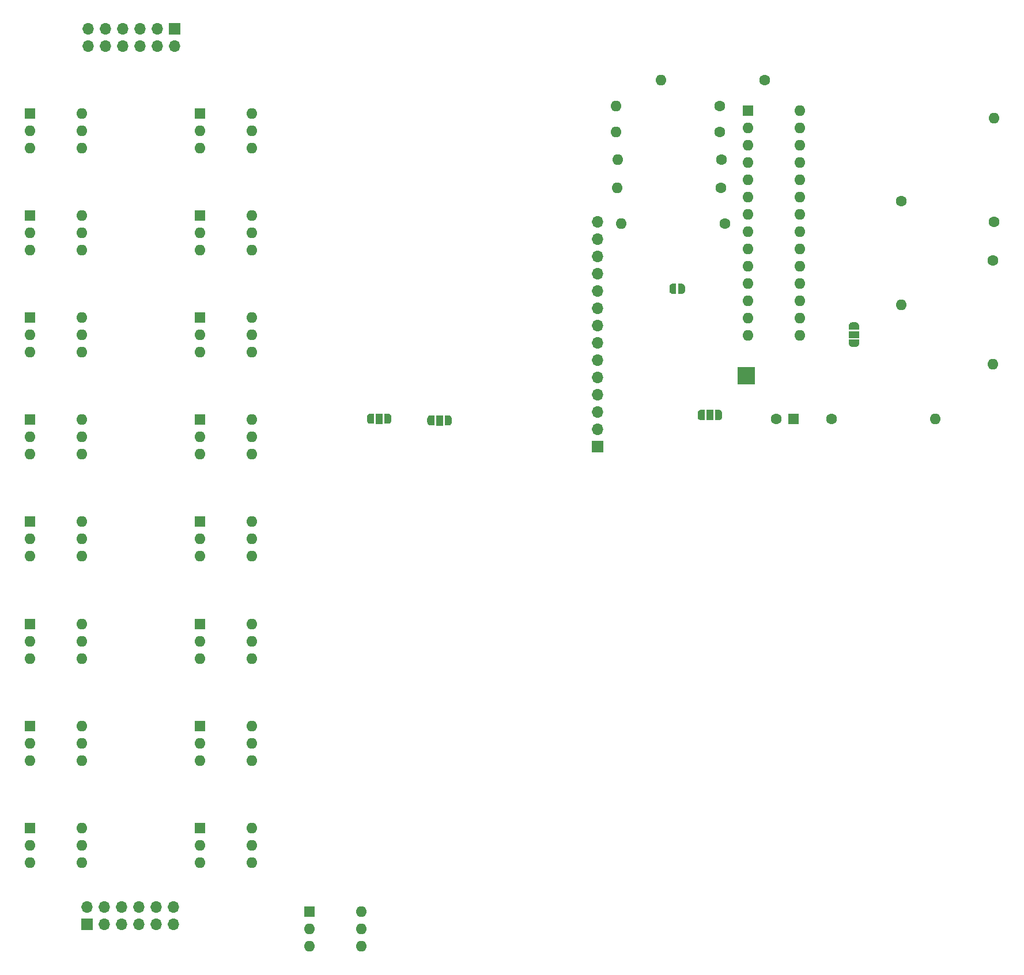
<source format=gbr>
%TF.GenerationSoftware,KiCad,Pcbnew,(5.1.9-0-10_14)*%
%TF.CreationDate,2021-03-09T15:00:21+00:00*%
%TF.ProjectId,Solar_Multiplexer,536f6c61-725f-44d7-956c-7469706c6578,rev?*%
%TF.SameCoordinates,Original*%
%TF.FileFunction,Soldermask,Top*%
%TF.FilePolarity,Negative*%
%FSLAX46Y46*%
G04 Gerber Fmt 4.6, Leading zero omitted, Abs format (unit mm)*
G04 Created by KiCad (PCBNEW (5.1.9-0-10_14)) date 2021-03-09 15:00:21*
%MOMM*%
%LPD*%
G01*
G04 APERTURE LIST*
%ADD10O,1.600000X1.600000*%
%ADD11C,1.600000*%
%ADD12R,1.600000X1.600000*%
%ADD13R,2.500000X2.500000*%
%ADD14R,1.000000X1.500000*%
%ADD15C,0.200000*%
%ADD16R,1.500000X1.000000*%
%ADD17O,1.700000X1.700000*%
%ADD18R,1.700000X1.700000*%
G04 APERTURE END LIST*
D10*
%TO.C,R10*%
X-213070000Y-136210000D03*
D11*
X-197830000Y-136210000D03*
%TD*%
D10*
%TO.C,R9*%
X-213730000Y-130970000D03*
D11*
X-198490000Y-130970000D03*
%TD*%
D10*
%TO.C,R8*%
X-213590000Y-126820000D03*
D11*
X-198350000Y-126820000D03*
%TD*%
D10*
%TO.C,R7*%
X-213868000Y-122682000D03*
D11*
X-198628000Y-122682000D03*
%TD*%
D10*
%TO.C,R6*%
X-213868000Y-118872000D03*
D11*
X-198628000Y-118872000D03*
%TD*%
D10*
%TO.C,R5*%
X-207264000Y-115062000D03*
D11*
X-192024000Y-115062000D03*
%TD*%
D10*
%TO.C,U10*%
X-292380000Y-225000000D03*
X-300000000Y-230080000D03*
X-292380000Y-227540000D03*
X-300000000Y-227540000D03*
X-292380000Y-230080000D03*
D12*
X-300000000Y-225000000D03*
%TD*%
D10*
%TO.C,U22*%
X-186870000Y-119550000D03*
X-194490000Y-152570000D03*
X-186870000Y-122090000D03*
X-194490000Y-150030000D03*
X-186870000Y-124630000D03*
X-194490000Y-147490000D03*
X-186870000Y-127170000D03*
X-194490000Y-144950000D03*
X-186870000Y-129710000D03*
X-194490000Y-142410000D03*
X-186870000Y-132250000D03*
X-194490000Y-139870000D03*
X-186870000Y-134790000D03*
X-194490000Y-137330000D03*
X-186870000Y-137330000D03*
X-194490000Y-134790000D03*
X-186870000Y-139870000D03*
X-194490000Y-132250000D03*
X-186870000Y-142410000D03*
X-194490000Y-129710000D03*
X-186870000Y-144950000D03*
X-194490000Y-127170000D03*
X-186870000Y-147490000D03*
X-194490000Y-124630000D03*
X-186870000Y-150030000D03*
X-194490000Y-122090000D03*
X-186870000Y-152570000D03*
D12*
X-194490000Y-119550000D03*
%TD*%
D10*
%TO.C,U21*%
X-251290000Y-237300000D03*
X-258910000Y-242380000D03*
X-251290000Y-239840000D03*
X-258910000Y-239840000D03*
X-251290000Y-242380000D03*
D12*
X-258910000Y-237300000D03*
%TD*%
D10*
%TO.C,U20*%
X-267380000Y-225000000D03*
X-275000000Y-230080000D03*
X-267380000Y-227540000D03*
X-275000000Y-227540000D03*
X-267380000Y-230080000D03*
D12*
X-275000000Y-225000000D03*
%TD*%
D10*
%TO.C,U17*%
X-267380000Y-210000000D03*
X-275000000Y-215080000D03*
X-267380000Y-212540000D03*
X-275000000Y-212540000D03*
X-267380000Y-215080000D03*
D12*
X-275000000Y-210000000D03*
%TD*%
D10*
%TO.C,U16*%
X-267380000Y-195000000D03*
X-275000000Y-200080000D03*
X-267380000Y-197540000D03*
X-275000000Y-197540000D03*
X-267380000Y-200080000D03*
D12*
X-275000000Y-195000000D03*
%TD*%
D10*
%TO.C,U15*%
X-267380000Y-180000000D03*
X-275000000Y-185080000D03*
X-267380000Y-182540000D03*
X-275000000Y-182540000D03*
X-267380000Y-185080000D03*
D12*
X-275000000Y-180000000D03*
%TD*%
D10*
%TO.C,U14*%
X-267380000Y-165000000D03*
X-275000000Y-170080000D03*
X-267380000Y-167540000D03*
X-275000000Y-167540000D03*
X-267380000Y-170080000D03*
D12*
X-275000000Y-165000000D03*
%TD*%
D10*
%TO.C,U13*%
X-267380000Y-150000000D03*
X-275000000Y-155080000D03*
X-267380000Y-152540000D03*
X-275000000Y-152540000D03*
X-267380000Y-155080000D03*
D12*
X-275000000Y-150000000D03*
%TD*%
D10*
%TO.C,U12*%
X-267380000Y-135000000D03*
X-275000000Y-140080000D03*
X-267380000Y-137540000D03*
X-275000000Y-137540000D03*
X-267380000Y-140080000D03*
D12*
X-275000000Y-135000000D03*
%TD*%
D10*
%TO.C,U11*%
X-267380000Y-120000000D03*
X-275000000Y-125080000D03*
X-267380000Y-122540000D03*
X-275000000Y-122540000D03*
X-267380000Y-125080000D03*
D12*
X-275000000Y-120000000D03*
%TD*%
D10*
%TO.C,U7*%
X-292380000Y-210000000D03*
X-300000000Y-215080000D03*
X-292380000Y-212540000D03*
X-300000000Y-212540000D03*
X-292380000Y-215080000D03*
D12*
X-300000000Y-210000000D03*
%TD*%
D10*
%TO.C,U6*%
X-292380000Y-195000000D03*
X-300000000Y-200080000D03*
X-292380000Y-197540000D03*
X-300000000Y-197540000D03*
X-292380000Y-200080000D03*
D12*
X-300000000Y-195000000D03*
%TD*%
D10*
%TO.C,U5*%
X-292380000Y-180000000D03*
X-300000000Y-185080000D03*
X-292380000Y-182540000D03*
X-300000000Y-182540000D03*
X-292380000Y-185080000D03*
D12*
X-300000000Y-180000000D03*
%TD*%
D10*
%TO.C,U4*%
X-292380000Y-165000000D03*
X-300000000Y-170080000D03*
X-292380000Y-167540000D03*
X-300000000Y-167540000D03*
X-292380000Y-170080000D03*
D12*
X-300000000Y-165000000D03*
%TD*%
D10*
%TO.C,U3*%
X-292380000Y-150000000D03*
X-300000000Y-155080000D03*
X-292380000Y-152540000D03*
X-300000000Y-152540000D03*
X-292380000Y-155080000D03*
D12*
X-300000000Y-150000000D03*
%TD*%
D10*
%TO.C,U2*%
X-292380000Y-135000000D03*
X-300000000Y-140080000D03*
X-292380000Y-137540000D03*
X-300000000Y-137540000D03*
X-292380000Y-140080000D03*
D12*
X-300000000Y-135000000D03*
%TD*%
D10*
%TO.C,U1*%
X-292380000Y-120000000D03*
X-300000000Y-125080000D03*
X-292380000Y-122540000D03*
X-300000000Y-122540000D03*
X-292380000Y-125080000D03*
D12*
X-300000000Y-120000000D03*
%TD*%
D13*
%TO.C,TP1*%
X-194740000Y-158580000D03*
%TD*%
D10*
%TO.C,R4*%
X-171958000Y-148082000D03*
D11*
X-171958000Y-132842000D03*
%TD*%
D10*
%TO.C,R3*%
X-166980000Y-164890000D03*
D11*
X-182220000Y-164890000D03*
%TD*%
D10*
%TO.C,R2*%
X-158460000Y-156870000D03*
D11*
X-158460000Y-141630000D03*
%TD*%
D10*
%TO.C,R1*%
X-158320000Y-120730000D03*
D11*
X-158320000Y-135970000D03*
%TD*%
D14*
%TO.C,JP5*%
X-200090000Y-164310000D03*
D15*
G36*
X-198790000Y-163560602D02*
G01*
X-198765466Y-163560602D01*
X-198716635Y-163565412D01*
X-198668510Y-163574984D01*
X-198621555Y-163589228D01*
X-198576222Y-163608005D01*
X-198532949Y-163631136D01*
X-198492150Y-163658396D01*
X-198454221Y-163689524D01*
X-198419524Y-163724221D01*
X-198388396Y-163762150D01*
X-198361136Y-163802949D01*
X-198338005Y-163846222D01*
X-198319228Y-163891555D01*
X-198304984Y-163938510D01*
X-198295412Y-163986635D01*
X-198290602Y-164035466D01*
X-198290602Y-164060000D01*
X-198290000Y-164060000D01*
X-198290000Y-164560000D01*
X-198290602Y-164560000D01*
X-198290602Y-164584534D01*
X-198295412Y-164633365D01*
X-198304984Y-164681490D01*
X-198319228Y-164728445D01*
X-198338005Y-164773778D01*
X-198361136Y-164817051D01*
X-198388396Y-164857850D01*
X-198419524Y-164895779D01*
X-198454221Y-164930476D01*
X-198492150Y-164961604D01*
X-198532949Y-164988864D01*
X-198576222Y-165011995D01*
X-198621555Y-165030772D01*
X-198668510Y-165045016D01*
X-198716635Y-165054588D01*
X-198765466Y-165059398D01*
X-198790000Y-165059398D01*
X-198790000Y-165060000D01*
X-199340000Y-165060000D01*
X-199340000Y-163560000D01*
X-198790000Y-163560000D01*
X-198790000Y-163560602D01*
G37*
G36*
X-200840000Y-165060000D02*
G01*
X-201390000Y-165060000D01*
X-201390000Y-165059398D01*
X-201414534Y-165059398D01*
X-201463365Y-165054588D01*
X-201511490Y-165045016D01*
X-201558445Y-165030772D01*
X-201603778Y-165011995D01*
X-201647051Y-164988864D01*
X-201687850Y-164961604D01*
X-201725779Y-164930476D01*
X-201760476Y-164895779D01*
X-201791604Y-164857850D01*
X-201818864Y-164817051D01*
X-201841995Y-164773778D01*
X-201860772Y-164728445D01*
X-201875016Y-164681490D01*
X-201884588Y-164633365D01*
X-201889398Y-164584534D01*
X-201889398Y-164560000D01*
X-201890000Y-164560000D01*
X-201890000Y-164060000D01*
X-201889398Y-164060000D01*
X-201889398Y-164035466D01*
X-201884588Y-163986635D01*
X-201875016Y-163938510D01*
X-201860772Y-163891555D01*
X-201841995Y-163846222D01*
X-201818864Y-163802949D01*
X-201791604Y-163762150D01*
X-201760476Y-163724221D01*
X-201725779Y-163689524D01*
X-201687850Y-163658396D01*
X-201647051Y-163631136D01*
X-201603778Y-163608005D01*
X-201558445Y-163589228D01*
X-201511490Y-163574984D01*
X-201463365Y-163565412D01*
X-201414534Y-163560602D01*
X-201390000Y-163560602D01*
X-201390000Y-163560000D01*
X-200840000Y-163560000D01*
X-200840000Y-165060000D01*
G37*
%TD*%
D14*
%TO.C,JP4*%
X-248666000Y-164846000D03*
D15*
G36*
X-249966000Y-165595398D02*
G01*
X-249990534Y-165595398D01*
X-250039365Y-165590588D01*
X-250087490Y-165581016D01*
X-250134445Y-165566772D01*
X-250179778Y-165547995D01*
X-250223051Y-165524864D01*
X-250263850Y-165497604D01*
X-250301779Y-165466476D01*
X-250336476Y-165431779D01*
X-250367604Y-165393850D01*
X-250394864Y-165353051D01*
X-250417995Y-165309778D01*
X-250436772Y-165264445D01*
X-250451016Y-165217490D01*
X-250460588Y-165169365D01*
X-250465398Y-165120534D01*
X-250465398Y-165096000D01*
X-250466000Y-165096000D01*
X-250466000Y-164596000D01*
X-250465398Y-164596000D01*
X-250465398Y-164571466D01*
X-250460588Y-164522635D01*
X-250451016Y-164474510D01*
X-250436772Y-164427555D01*
X-250417995Y-164382222D01*
X-250394864Y-164338949D01*
X-250367604Y-164298150D01*
X-250336476Y-164260221D01*
X-250301779Y-164225524D01*
X-250263850Y-164194396D01*
X-250223051Y-164167136D01*
X-250179778Y-164144005D01*
X-250134445Y-164125228D01*
X-250087490Y-164110984D01*
X-250039365Y-164101412D01*
X-249990534Y-164096602D01*
X-249966000Y-164096602D01*
X-249966000Y-164096000D01*
X-249416000Y-164096000D01*
X-249416000Y-165596000D01*
X-249966000Y-165596000D01*
X-249966000Y-165595398D01*
G37*
G36*
X-247916000Y-164096000D02*
G01*
X-247366000Y-164096000D01*
X-247366000Y-164096602D01*
X-247341466Y-164096602D01*
X-247292635Y-164101412D01*
X-247244510Y-164110984D01*
X-247197555Y-164125228D01*
X-247152222Y-164144005D01*
X-247108949Y-164167136D01*
X-247068150Y-164194396D01*
X-247030221Y-164225524D01*
X-246995524Y-164260221D01*
X-246964396Y-164298150D01*
X-246937136Y-164338949D01*
X-246914005Y-164382222D01*
X-246895228Y-164427555D01*
X-246880984Y-164474510D01*
X-246871412Y-164522635D01*
X-246866602Y-164571466D01*
X-246866602Y-164596000D01*
X-246866000Y-164596000D01*
X-246866000Y-165096000D01*
X-246866602Y-165096000D01*
X-246866602Y-165120534D01*
X-246871412Y-165169365D01*
X-246880984Y-165217490D01*
X-246895228Y-165264445D01*
X-246914005Y-165309778D01*
X-246937136Y-165353051D01*
X-246964396Y-165393850D01*
X-246995524Y-165431779D01*
X-247030221Y-165466476D01*
X-247068150Y-165497604D01*
X-247108949Y-165524864D01*
X-247152222Y-165547995D01*
X-247197555Y-165566772D01*
X-247244510Y-165581016D01*
X-247292635Y-165590588D01*
X-247341466Y-165595398D01*
X-247366000Y-165595398D01*
X-247366000Y-165596000D01*
X-247916000Y-165596000D01*
X-247916000Y-164096000D01*
G37*
%TD*%
D14*
%TO.C,JP3*%
X-239806000Y-165100000D03*
D15*
G36*
X-238506000Y-164350602D02*
G01*
X-238481466Y-164350602D01*
X-238432635Y-164355412D01*
X-238384510Y-164364984D01*
X-238337555Y-164379228D01*
X-238292222Y-164398005D01*
X-238248949Y-164421136D01*
X-238208150Y-164448396D01*
X-238170221Y-164479524D01*
X-238135524Y-164514221D01*
X-238104396Y-164552150D01*
X-238077136Y-164592949D01*
X-238054005Y-164636222D01*
X-238035228Y-164681555D01*
X-238020984Y-164728510D01*
X-238011412Y-164776635D01*
X-238006602Y-164825466D01*
X-238006602Y-164850000D01*
X-238006000Y-164850000D01*
X-238006000Y-165350000D01*
X-238006602Y-165350000D01*
X-238006602Y-165374534D01*
X-238011412Y-165423365D01*
X-238020984Y-165471490D01*
X-238035228Y-165518445D01*
X-238054005Y-165563778D01*
X-238077136Y-165607051D01*
X-238104396Y-165647850D01*
X-238135524Y-165685779D01*
X-238170221Y-165720476D01*
X-238208150Y-165751604D01*
X-238248949Y-165778864D01*
X-238292222Y-165801995D01*
X-238337555Y-165820772D01*
X-238384510Y-165835016D01*
X-238432635Y-165844588D01*
X-238481466Y-165849398D01*
X-238506000Y-165849398D01*
X-238506000Y-165850000D01*
X-239056000Y-165850000D01*
X-239056000Y-164350000D01*
X-238506000Y-164350000D01*
X-238506000Y-164350602D01*
G37*
G36*
X-240556000Y-165850000D02*
G01*
X-241106000Y-165850000D01*
X-241106000Y-165849398D01*
X-241130534Y-165849398D01*
X-241179365Y-165844588D01*
X-241227490Y-165835016D01*
X-241274445Y-165820772D01*
X-241319778Y-165801995D01*
X-241363051Y-165778864D01*
X-241403850Y-165751604D01*
X-241441779Y-165720476D01*
X-241476476Y-165685779D01*
X-241507604Y-165647850D01*
X-241534864Y-165607051D01*
X-241557995Y-165563778D01*
X-241576772Y-165518445D01*
X-241591016Y-165471490D01*
X-241600588Y-165423365D01*
X-241605398Y-165374534D01*
X-241605398Y-165350000D01*
X-241606000Y-165350000D01*
X-241606000Y-164850000D01*
X-241605398Y-164850000D01*
X-241605398Y-164825466D01*
X-241600588Y-164776635D01*
X-241591016Y-164728510D01*
X-241576772Y-164681555D01*
X-241557995Y-164636222D01*
X-241534864Y-164592949D01*
X-241507604Y-164552150D01*
X-241476476Y-164514221D01*
X-241441779Y-164479524D01*
X-241403850Y-164448396D01*
X-241363051Y-164421136D01*
X-241319778Y-164398005D01*
X-241274445Y-164379228D01*
X-241227490Y-164364984D01*
X-241179365Y-164355412D01*
X-241130534Y-164350602D01*
X-241106000Y-164350602D01*
X-241106000Y-164350000D01*
X-240556000Y-164350000D01*
X-240556000Y-165850000D01*
G37*
%TD*%
D16*
%TO.C,JP2*%
X-178910000Y-152490000D03*
D15*
G36*
X-178160602Y-153790000D02*
G01*
X-178160602Y-153814534D01*
X-178165412Y-153863365D01*
X-178174984Y-153911490D01*
X-178189228Y-153958445D01*
X-178208005Y-154003778D01*
X-178231136Y-154047051D01*
X-178258396Y-154087850D01*
X-178289524Y-154125779D01*
X-178324221Y-154160476D01*
X-178362150Y-154191604D01*
X-178402949Y-154218864D01*
X-178446222Y-154241995D01*
X-178491555Y-154260772D01*
X-178538510Y-154275016D01*
X-178586635Y-154284588D01*
X-178635466Y-154289398D01*
X-178660000Y-154289398D01*
X-178660000Y-154290000D01*
X-179160000Y-154290000D01*
X-179160000Y-154289398D01*
X-179184534Y-154289398D01*
X-179233365Y-154284588D01*
X-179281490Y-154275016D01*
X-179328445Y-154260772D01*
X-179373778Y-154241995D01*
X-179417051Y-154218864D01*
X-179457850Y-154191604D01*
X-179495779Y-154160476D01*
X-179530476Y-154125779D01*
X-179561604Y-154087850D01*
X-179588864Y-154047051D01*
X-179611995Y-154003778D01*
X-179630772Y-153958445D01*
X-179645016Y-153911490D01*
X-179654588Y-153863365D01*
X-179659398Y-153814534D01*
X-179659398Y-153790000D01*
X-179660000Y-153790000D01*
X-179660000Y-153240000D01*
X-178160000Y-153240000D01*
X-178160000Y-153790000D01*
X-178160602Y-153790000D01*
G37*
G36*
X-179660000Y-151740000D02*
G01*
X-179660000Y-151190000D01*
X-179659398Y-151190000D01*
X-179659398Y-151165466D01*
X-179654588Y-151116635D01*
X-179645016Y-151068510D01*
X-179630772Y-151021555D01*
X-179611995Y-150976222D01*
X-179588864Y-150932949D01*
X-179561604Y-150892150D01*
X-179530476Y-150854221D01*
X-179495779Y-150819524D01*
X-179457850Y-150788396D01*
X-179417051Y-150761136D01*
X-179373778Y-150738005D01*
X-179328445Y-150719228D01*
X-179281490Y-150704984D01*
X-179233365Y-150695412D01*
X-179184534Y-150690602D01*
X-179160000Y-150690602D01*
X-179160000Y-150690000D01*
X-178660000Y-150690000D01*
X-178660000Y-150690602D01*
X-178635466Y-150690602D01*
X-178586635Y-150695412D01*
X-178538510Y-150704984D01*
X-178491555Y-150719228D01*
X-178446222Y-150738005D01*
X-178402949Y-150761136D01*
X-178362150Y-150788396D01*
X-178324221Y-150819524D01*
X-178289524Y-150854221D01*
X-178258396Y-150892150D01*
X-178231136Y-150932949D01*
X-178208005Y-150976222D01*
X-178189228Y-151021555D01*
X-178174984Y-151068510D01*
X-178165412Y-151116635D01*
X-178160602Y-151165466D01*
X-178160602Y-151190000D01*
X-178160000Y-151190000D01*
X-178160000Y-151740000D01*
X-179660000Y-151740000D01*
G37*
%TD*%
%TO.C,JP1*%
G36*
X-205530000Y-146509398D02*
G01*
X-205554534Y-146509398D01*
X-205603365Y-146504588D01*
X-205651490Y-146495016D01*
X-205698445Y-146480772D01*
X-205743778Y-146461995D01*
X-205787051Y-146438864D01*
X-205827850Y-146411604D01*
X-205865779Y-146380476D01*
X-205900476Y-146345779D01*
X-205931604Y-146307850D01*
X-205958864Y-146267051D01*
X-205981995Y-146223778D01*
X-206000772Y-146178445D01*
X-206015016Y-146131490D01*
X-206024588Y-146083365D01*
X-206029398Y-146034534D01*
X-206029398Y-146010000D01*
X-206030000Y-146010000D01*
X-206030000Y-145510000D01*
X-206029398Y-145510000D01*
X-206029398Y-145485466D01*
X-206024588Y-145436635D01*
X-206015016Y-145388510D01*
X-206000772Y-145341555D01*
X-205981995Y-145296222D01*
X-205958864Y-145252949D01*
X-205931604Y-145212150D01*
X-205900476Y-145174221D01*
X-205865779Y-145139524D01*
X-205827850Y-145108396D01*
X-205787051Y-145081136D01*
X-205743778Y-145058005D01*
X-205698445Y-145039228D01*
X-205651490Y-145024984D01*
X-205603365Y-145015412D01*
X-205554534Y-145010602D01*
X-205530000Y-145010602D01*
X-205530000Y-145010000D01*
X-205030000Y-145010000D01*
X-205030000Y-146510000D01*
X-205530000Y-146510000D01*
X-205530000Y-146509398D01*
G37*
G36*
X-204730000Y-145010000D02*
G01*
X-204230000Y-145010000D01*
X-204230000Y-145010602D01*
X-204205466Y-145010602D01*
X-204156635Y-145015412D01*
X-204108510Y-145024984D01*
X-204061555Y-145039228D01*
X-204016222Y-145058005D01*
X-203972949Y-145081136D01*
X-203932150Y-145108396D01*
X-203894221Y-145139524D01*
X-203859524Y-145174221D01*
X-203828396Y-145212150D01*
X-203801136Y-145252949D01*
X-203778005Y-145296222D01*
X-203759228Y-145341555D01*
X-203744984Y-145388510D01*
X-203735412Y-145436635D01*
X-203730602Y-145485466D01*
X-203730602Y-145510000D01*
X-203730000Y-145510000D01*
X-203730000Y-146010000D01*
X-203730602Y-146010000D01*
X-203730602Y-146034534D01*
X-203735412Y-146083365D01*
X-203744984Y-146131490D01*
X-203759228Y-146178445D01*
X-203778005Y-146223778D01*
X-203801136Y-146267051D01*
X-203828396Y-146307850D01*
X-203859524Y-146345779D01*
X-203894221Y-146380476D01*
X-203932150Y-146411604D01*
X-203972949Y-146438864D01*
X-204016222Y-146461995D01*
X-204061555Y-146480772D01*
X-204108510Y-146495016D01*
X-204156635Y-146504588D01*
X-204205466Y-146509398D01*
X-204230000Y-146509398D01*
X-204230000Y-146510000D01*
X-204730000Y-146510000D01*
X-204730000Y-145010000D01*
G37*
%TD*%
D17*
%TO.C,J3*%
X-291430000Y-110150000D03*
X-291430000Y-107610000D03*
X-288890000Y-110150000D03*
X-288890000Y-107610000D03*
X-286350000Y-110150000D03*
X-286350000Y-107610000D03*
X-283810000Y-110150000D03*
X-283810000Y-107610000D03*
X-281270000Y-110150000D03*
X-281270000Y-107610000D03*
X-278730000Y-110150000D03*
D18*
X-278730000Y-107610000D03*
%TD*%
D17*
%TO.C,J2*%
X-278870000Y-236580000D03*
X-278870000Y-239120000D03*
X-281410000Y-236580000D03*
X-281410000Y-239120000D03*
X-283950000Y-236580000D03*
X-283950000Y-239120000D03*
X-286490000Y-236580000D03*
X-286490000Y-239120000D03*
X-289030000Y-236580000D03*
X-289030000Y-239120000D03*
X-291570000Y-236580000D03*
D18*
X-291570000Y-239120000D03*
%TD*%
D17*
%TO.C,J1*%
X-216610000Y-135930000D03*
X-216610000Y-138470000D03*
X-216610000Y-141010000D03*
X-216610000Y-143550000D03*
X-216610000Y-146090000D03*
X-216610000Y-148630000D03*
X-216610000Y-151170000D03*
X-216610000Y-153710000D03*
X-216610000Y-156250000D03*
X-216610000Y-158790000D03*
X-216610000Y-161330000D03*
X-216610000Y-163870000D03*
X-216610000Y-166410000D03*
D18*
X-216610000Y-168950000D03*
%TD*%
D11*
%TO.C,C1*%
X-190300000Y-164850000D03*
D12*
X-187800000Y-164850000D03*
%TD*%
M02*

</source>
